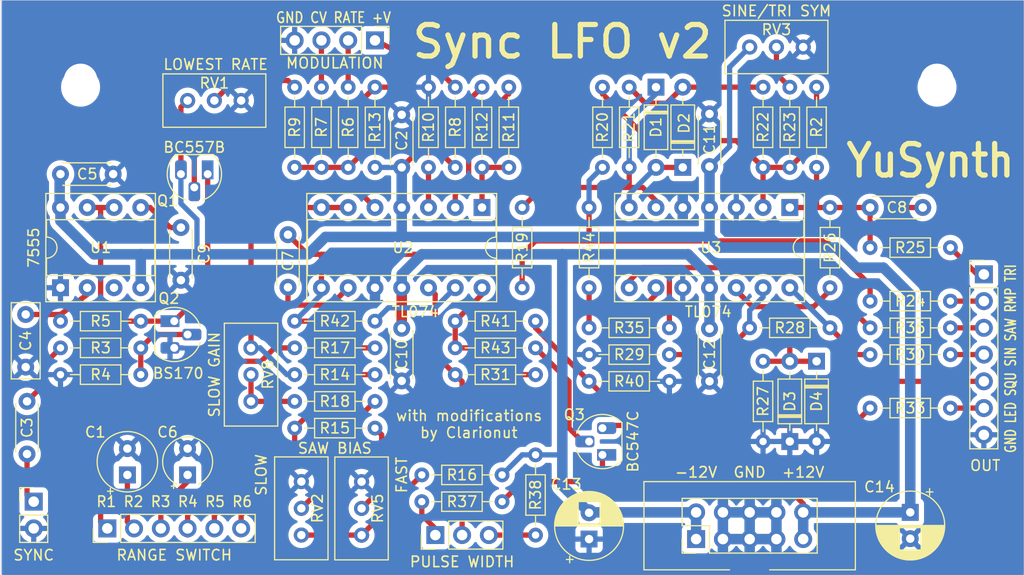
<source format=kicad_pcb>
(kicad_pcb (version 20221018) (generator pcbnew)
  (layers (0 "F.Cu" signal) (31 "B.Cu" signal) (34 "B.Paste" user) (35 "F.Paste" user) (36 "B.SilkS" user "B.Silkscreen") (37 "F.SilkS" user "F.Silkscreen") (38 "B.Mask" user) (39 "F.Mask" user) (44 "Edge.Cuts" user))
  (net 0 "")
  (net 1 "/R2")
  (net 2 "GND")
  (net 3 "+12V")
  (net 4 "Net-(C3-Pad1)")
  (net 5 "/SYNC")
  (net 6 "/R3")
  (net 7 "Net-(C7-Pad1)")
  (net 8 "Net-(C8-Pad1)")
  (net 9 "-12V")
  (net 10 "Net-(U1-TR)")
  (net 11 "/+V_RATE")
  (net 12 "/RATE")
  (net 13 "/CV_MOD")
  (net 14 "/R1")
  (net 15 "/R4")
  (net 16 "/R5")
  (net 17 "/R6")
  (net 18 "/SINE")
  (net 19 "/TRI")
  (net 20 "/PULSE")
  (net 21 "/SAW")
  (net 22 "/LED")
  (net 23 "Net-(R9-Pad1)")
  (net 24 "Net-(R11-Pad1)")
  (net 25 "Net-(R23-Pad1)")
  (net 26 "Net-(R28-Pad1)")
  (net 27 "Net-(R35-Pad1)")
  (net 28 "Net-(R16-Pad2)")
  (net 29 "/PW1")
  (net 30 "/PW2")
  (net 31 "/PW3")
  (net 32 "Net-(U3A--)")
  (net 33 "Net-(U1-CV)")
  (net 34 "Net-(D1-K)")
  (net 35 "Net-(D1-A)")
  (net 36 "Net-(D2-A)")
  (net 37 "Net-(D3-A)")
  (net 38 "/RAMP")
  (net 39 "Net-(Q1-B)")
  (net 40 "Net-(Q2-G)")
  (net 41 "Net-(Q3-B)")
  (net 42 "Net-(Q3-E)")
  (net 43 "Net-(U2A--)")
  (net 44 "Net-(U2A-+)")
  (net 45 "Net-(U2B--)")
  (net 46 "Net-(U3D--)")
  (net 47 "Net-(R31-Pad1)")
  (net 48 "Net-(U3C--)")
  (net 49 "Net-(U2D--)")
  (net 51 "Net-(R15-Pad1)")
  (net 52 "Net-(R18-Pad1)")
  (footprint "Package_DIP:DIP-14_W7.62mm_Socket" (layer "F.Cu") (at 153.035 93.345 -90)
    (fp_text reference "U2")
    (fp_text value "TL074")
  )
  (footprint "Package_DIP:DIP-14_W7.62mm_Socket" (layer "F.Cu") (at 182.245 93.345 -90)
    (fp_text reference "U3")
    (fp_text value "TL074")
  )
  (footprint "Capacitor_THT:CP_Radial_Tantal_D5.5mm_P2.50mm" (layer "F.Cu") (at 119.38 118.745 90)
    (fp_text reference "C1")
    (fp_text value "10u")
  )
  (footprint "Capacitor_THT:C_Disc_D4.3mm_W1.9mm_P5.00mm" (layer "F.Cu") (at 145.415 89.535 90)
    (fp_text reference "C2")
    (fp_text value "100n")
  )
  (footprint "Capacitor_THT:C_Disc_D4.3mm_W1.9mm_P5.00mm" (layer "F.Cu") (at 109.855 111.76 -90)
    (fp_text reference "C3")
    (fp_text value "10n")
  )
  (footprint "Capacitor_THT:C_Rect_L7.0mm_W2.5mm_P5.00mm" (layer "F.Cu") (at 109.728 103.505 -90)
    (fp_text reference "C4")
    (fp_text value "47n")
  )
  (footprint "Capacitor_THT:C_Disc_D4.3mm_W1.9mm_P5.00mm" (layer "F.Cu") (at 118.03 90.17 180)
    (fp_text reference "C5")
    (fp_text value "100n")
  )
  (footprint "Capacitor_THT:C_Disc_D4.3mm_W1.9mm_P5.00mm" (layer "F.Cu") (at 134.62 95.925 -90)
    (fp_text reference "C7")
    (fp_text value "120p")
  )
  (footprint "Capacitor_THT:C_Disc_D4.3mm_W1.9mm_P5.00mm" (layer "F.Cu") (at 189.865 93.345)
    (fp_text reference "C8")
    (fp_text value "1n")
  )
  (footprint "Capacitor_THT:C_Disc_D4.3mm_W1.9mm_P5.00mm" (layer "F.Cu") (at 124.46 95.25 -90)
    (fp_text reference "C9")
    (fp_text value "10n")
  )
  (footprint "Capacitor_THT:C_Disc_D4.3mm_W1.9mm_P5.00mm" (layer "F.Cu") (at 174.625 84.455 -90)
    (fp_text reference "C11")
    (fp_text value "100n")
  )
  (footprint "Capacitor_THT:C_Disc_D4.3mm_W1.9mm_P5.00mm" (layer "F.Cu") (at 174.625 109.855 90)
    (fp_text reference "C12")
    (fp_text value "100n")
  )
  (footprint "Diode_THT:D_DO-35_SOD27_P7.62mm_Horizontal" (layer "F.Cu") (at 169.545 81.915 -90)
    (fp_text reference "D1")
    (fp_text value "1N4148")
  )
  (footprint "Diode_THT:D_DO-35_SOD27_P7.62mm_Horizontal" (layer "F.Cu") (at 172.085 89.535 90)
    (fp_text reference "D2")
    (fp_text value "1N4148")
  )
  (footprint "Diode_THT:D_DO-35_SOD27_P7.62mm_Horizontal" (layer "F.Cu") (at 182.245 115.57 90)
    (fp_text reference "D3")
    (fp_text value "1N4148")
  )
  (footprint "Diode_THT:D_DO-35_SOD27_P7.62mm_Horizontal" (layer "F.Cu") (at 184.785 107.95 -90)
    (fp_text reference "D4")
    (fp_text value "1N4148")
  )
  (footprint "Connector_PinHeader_2.54mm:PinHeader_1x04_P2.54mm_Vertical" (layer "F.Cu") (at 142.875 77.47 -90)
    (fp_text reference "J1" hide)
    (fp_text value "MODULATION")
  )
  (footprint "Connector_PinHeader_2.54mm:PinHeader_1x02_P2.54mm_Vertical" (layer "F.Cu") (at 110.49 121.285)
    (fp_text reference "J2" hide)
    (fp_text value "SYNC")
  )
  (footprint "Connector_PinHeader_2.54mm:PinHeader_1x06_P2.54mm_Vertical" (layer "F.Cu") (at 117.475 123.825 90)
    (fp_text reference "J3" hide)
    (fp_text value "RANGE")
  )
  (footprint "Connector_PinHeader_2.54mm:PinHeader_1x07_P2.54mm_Vertical" (layer "F.Cu") (at 200.66 99.695)
    (fp_text reference "J7" hide)
    (fp_text value "OUTPUTS")
  )
  (footprint "Package_TO_SOT_THT:TO-92_HandSolder" (layer "F.Cu") (at 127 90.17 180)
    (fp_text reference "Q1")
    (fp_text value "BC557B")
  )
  (footprint "Package_TO_SOT_THT:TO-92_HandSolder" (layer "F.Cu") (at 123.825 104.14 -90)
    (fp_text reference "Q2")
    (fp_text value "BS170")
  )
  (footprint "Package_TO_SOT_THT:TO-92_HandSolder" (layer "F.Cu") (at 164.465 116.84 90)
    (fp_text reference "Q3")
    (fp_text value "BC547C")
  )
  (footprint "Resistor_THT:R_Axial_DIN0204_L3.6mm_D1.6mm_P7.62mm_Horizontal" (layer "F.Cu") (at 184.785 89.535 90)
    (fp_text reference "R2")
    (fp_text value "200k")
  )
  (footprint "Resistor_THT:R_Axial_DIN0204_L3.6mm_D1.6mm_P7.62mm_Horizontal" (layer "F.Cu") (at 120.65 106.68 180)
    (fp_text reference "R3")
    (fp_text value "10k")
  )
  (footprint "Resistor_THT:R_Axial_DIN0204_L3.6mm_D1.6mm_P7.62mm_Horizontal" (layer "F.Cu") (at 120.65 109.22 180)
    (fp_text reference "R4")
    (fp_text value "100k")
  )
  (footprint "Resistor_THT:R_Axial_DIN0204_L3.6mm_D1.6mm_P7.62mm_Horizontal" (layer "F.Cu") (at 113.03 104.14)
    (fp_text reference "R5")
    (fp_text value "1k")
  )
  (footprint "Resistor_THT:R_Axial_DIN0204_L3.6mm_D1.6mm_P7.62mm_Horizontal" (layer "F.Cu") (at 140.335 89.535 90)
    (fp_text reference "R6")
    (fp_text value "100k")
  )
  (footprint "Resistor_THT:R_Axial_DIN0204_L3.6mm_D1.6mm_P7.62mm_Horizontal" (layer "F.Cu") (at 137.795 89.535 90)
    (fp_text reference "R7")
    (fp_text value "100k")
  )
  (footprint "Resistor_THT:R_Axial_DIN0204_L3.6mm_D1.6mm_P7.62mm_Horizontal" (layer "F.Cu") (at 150.495 89.535 90)
    (fp_text reference "R8")
    (fp_text value "12k")
  )
  (footprint "Resistor_THT:R_Axial_DIN0204_L3.6mm_D1.6mm_P7.62mm_Horizontal" (layer "F.Cu") (at 135.255 81.915 -90)
    (fp_text reference "R9")
    (fp_text value "100k")
  )
  (footprint "Resistor_THT:R_Axial_DIN0204_L3.6mm_D1.6mm_P7.62mm_Horizontal" (layer "F.Cu") (at 147.955 89.535 90)
    (fp_text reference "R10")
    (fp_text value "8k2")
  )
  (footprint "Resistor_THT:R_Axial_DIN0204_L3.6mm_D1.6mm_P7.62mm_Horizontal" (layer "F.Cu") (at 155.575 89.535 90)
    (fp_text reference "R11")
    (fp_text value "100k")
  )
  (footprint "Resistor_THT:R_Axial_DIN0204_L3.6mm_D1.6mm_P7.62mm_Horizontal" (layer "F.Cu") (at 153.035 81.915 -90)
    (fp_text reference "R12")
    (fp_text value "27k")
  )
  (footprint "Resistor_THT:R_Axial_DIN0204_L3.6mm_D1.6mm_P7.62mm_Horizontal" (layer "F.Cu") (at 142.875 89.535 90)
    (fp_text reference "R13")
    (fp_text value "820R")
  )
  (footprint "Resistor_THT:R_Axial_DIN0204_L3.6mm_D1.6mm_P7.62mm_Horizontal" (layer "F.Cu") (at 142.875 114.3 180)
    (fp_text reference "R15")
    (fp_text value "100k")
  )
  (footprint "Resistor_THT:R_Axial_DIN0204_L3.6mm_D1.6mm_P7.62mm_Horizontal" (layer "F.Cu") (at 142.875 111.76 180)
    (fp_text reference "R18")
    (fp_text value "47k")
  )
  (footprint "Resistor_THT:R_Axial_DIN0204_L3.6mm_D1.6mm_P7.62mm_Horizontal" (layer "F.Cu") (at 142.875 106.68 180)
    (fp_text reference "R17")
    (fp_text value "150k")
  )
  (footprint "Resistor_THT:R_Axial_DIN0204_L3.6mm_D1.6mm_P7.62mm_Horizontal" (layer "F.Cu") (at 156.845 93.345 -90)
    (fp_text reference "R19")
    (fp_text value "100k")
  )
  (footprint "Resistor_THT:R_Axial_DIN0204_L3.6mm_D1.6mm_P7.62mm_Horizontal" (layer "F.Cu") (at 164.465 81.915 -90)
    (fp_text reference "R20")
    (fp_text value "100k")
  )
  (footprint "Resistor_THT:R_Axial_DIN0204_L3.6mm_D1.6mm_P7.62mm_Horizontal" (layer "F.Cu") (at 167.005 81.915 -90)
    (fp_text reference "R21")
    (fp_text value "100k")
  )
  (footprint "Resistor_THT:R_Axial_DIN0204_L3.6mm_D1.6mm_P7.62mm_Horizontal" (layer "F.Cu") (at 179.705 81.915 -90)
    (fp_text reference "R22")
    (fp_text value "50k")
  )
  (footprint "Resistor_THT:R_Axial_DIN0204_L3.6mm_D1.6mm_P7.62mm_Horizontal" (layer "F.Cu") (at 182.245 81.915 -90)
    (fp_text reference "R23")
    (fp_text value "150k")
  )
  (footprint "Resistor_THT:R_Axial_DIN0204_L3.6mm_D1.6mm_P7.62mm_Horizontal" (layer "F.Cu") (at 197.485 102.235 180)
    (fp_text reference "R24")
    (fp_text value "1k")
  )
  (footprint "Resistor_THT:R_Axial_DIN0204_L3.6mm_D1.6mm_P7.62mm_Horizontal" (layer "F.Cu") (at 197.485 97.155 180)
    (fp_text reference "R25")
    (fp_text value "1k")
  )
  (footprint "Resistor_THT:R_Axial_DIN0204_L3.6mm_D1.6mm_P7.62mm_Horizontal" (layer "F.Cu") (at 186.055 100.965 90)
    (fp_text reference "R26")
    (fp_text value "150k")
  )
  (footprint "Resistor_THT:R_Axial_DIN0204_L3.6mm_D1.6mm_P7.62mm_Horizontal" (layer "F.Cu") (at 179.705 107.95 -90)
    (fp_text reference "R27")
    (fp_text value "22k")
  )
  (footprint "Resistor_THT:R_Axial_DIN0204_L3.6mm_D1.6mm_P7.62mm_Horizontal" (layer "F.Cu") (at 186.055 104.775 180)
    (fp_text reference "R28")
    (fp_text value "15k")
  )
  (footprint "Resistor_THT:R_Axial_DIN0204_L3.6mm_D1.6mm_P7.62mm_Horizontal" (layer "F.Cu") (at 170.815 107.315 180)
    (fp_text reference "R29")
    (fp_text value "1k5")
  )
  (footprint "Resistor_THT:R_Axial_DIN0204_L3.6mm_D1.6mm_P7.62mm_Horizontal" (layer "F.Cu") (at 197.485 107.315 180)
    (fp_text reference "R30")
    (fp_text value "470R")
  )
  (footprint "Resistor_THT:R_Axial_DIN0204_L3.6mm_D1.6mm_P7.62mm_Horizontal" (layer "F.Cu") (at 197.485 112.395 180)
    (fp_text reference "R33")
    (fp_text value "100k")
  )
  (footprint "Resistor_THT:R_Axial_DIN0204_L3.6mm_D1.6mm_P7.62mm_Horizontal" (layer "F.Cu") (at 170.815 104.775 180)
    (fp_text reference "R35")
    (fp_text value "100k")
  )
  (footprint "Resistor_THT:R_Axial_DIN0204_L3.6mm_D1.6mm_P7.62mm_Horizontal" (layer "F.Cu") (at 197.485 104.775 180)
    (fp_text reference "R36")
    (fp_text value "1k")
  )
  (footprint "Resistor_THT:R_Axial_DIN0204_L3.6mm_D1.6mm_P7.62mm_Horizontal" (layer "F.Cu") (at 163.195 109.855)
    (fp_text reference "R40")
    (fp_text value "7k5")
  )
  (footprint "Resistor_THT:R_Axial_DIN0204_L3.6mm_D1.6mm_P7.62mm_Horizontal" (layer "F.Cu") (at 158.115 104.14 180)
    (fp_text reference "R41")
    (fp_text value "10k")
  )
  (footprint "Resistor_THT:R_Axial_DIN0204_L3.6mm_D1.6mm_P7.62mm_Horizontal" (layer "F.Cu") (at 142.875 104.14 180)
    (fp_text reference "R42")
    (fp_text value "10k")
  )
  (footprint "Resistor_THT:R_Axial_DIN0204_L3.6mm_D1.6mm_P7.62mm_Horizontal" (layer "F.Cu") (at 158.115 106.68 180)
    (fp_text reference "R43")
    (fp_text value "47k")
  )
  (footprint "Resistor_THT:R_Axial_DIN0204_L3.6mm_D1.6mm_P7.62mm_Horizontal" (layer "F.Cu") (at 163.195 100.965 90)
    (fp_text reference "R44")
    (fp_text value "100k")
  )
  (footprint "Potentiometer_THT:Potentiometer_Bourns_3296W_Vertical" (layer "F.Cu") (at 130.175 83.185)
    (fp_text reference "RV1")
    (fp_text value "50k")
  )
  (footprint "Potentiometer_THT:Potentiometer_Bourns_3296W_Vertical" (layer "F.Cu") (at 135.89 124.46 -90)
    (fp_text reference "RV2")
    (fp_text value "100k")
  )
  (footprint "Potentiometer_THT:Potentiometer_Bourns_3296W_Vertical" (layer "F.Cu") (at 178.435 78.105 180)
    (fp_text reference "RV3")
    (fp_text value "50k")
  )
  (footprint "Potentiometer_THT:Potentiometer_Bourns_3296W_Vertical" (layer "F.Cu") (at 141.605 124.47 -90)
    (fp_text reference "RV5")
    (fp_text value "100k")
  )
  (footprint "Package_DIP:DIP-8_W7.62mm_Socket" (layer "F.Cu") (at 113.03 100.965 90)
    (fp_text reference "U1")
    (fp_text value "ICM7555xP")
  )
  (footprint "MountingHole:MountingHole_3.2mm_M3" (layer "F.Cu") (at 114.935 81.28)
    (fp_text reference "REF**" hide)
    (fp_text value "3.2mm" hide)
  )
  (footprint "Capacitor_THT:CP_Radial_Tantal_D4.5mm_P2.50mm" (layer "F.Cu") (at 125.095 118.745 90)
    (fp_text reference "C6")
    (fp_text value "1u")
  )
  (footprint "Capacitor_THT:C_Disc_D4.3mm_W1.9mm_P5.00mm" (layer "F.Cu") (at 145.415 104.815 -90)
    (fp_text reference "C10")
    (fp_text value "100n")
  )
  (footprint "Connector_PinHeader_2.54mm:PinHeader_1x03_P2.54mm_Vertical" (layer "F.Cu") (at 148.605 124.46 90)
    (fp_text reference "J4" hide)
    (fp_text value "PULSE WIDTH")
  )
  (footprint "Resistor_THT:R_Axial_DIN0204_L3.6mm_D1.6mm_P7.62mm_Horizontal" (layer "F.Cu") (at 154.94 121.285 180)
    (fp_text reference "R37")
    (fp_text value "56k")
  )
  (footprint "Resistor_THT:R_Axial_DIN0204_L3.6mm_D1.6mm_P7.62mm_Horizontal" (layer "F.Cu") (at 154.94 118.745 180)
    (fp_text reference "R16")
    (fp_text value "27k")
  )
  (footprint "Resistor_THT:R_Axial_DIN0204_L3.6mm_D1.6mm_P7.62mm_Horizontal" (layer "F.Cu") (at 158.115 116.84 -90)
    (fp_text reference "R38")
    (fp_text value "56k")
  )
  (footprint "MountingHole:MountingHole_3.2mm_M3" (layer "F.Cu") (at 196.215 81.28)
    (fp_text reference "REF**" hide)
    (fp_text value "3.2mm" hide)
  )
  (footprint "Capacitor_THT:CP_Radial_D6.3mm_P2.50mm" (layer "F.Cu") (at 163.195 124.841 90)
    (fp_text reference "C13")
    (fp_text value "10u")
  )
  (footprint "Capacitor_THT:CP_Radial_D6.3mm_P2.50mm" (layer "F.Cu") (at 193.675 122.301 -90)
    (fp_text reference "C14")
    (fp_text value "10u")
  )
  (footprint "CGE_footprints:Power_2x05" (layer "F.Cu") (at 183.515 122.301 -90)
    (fp_text reference "J8" hide)
    (fp_text value "POWER")
  )
  (footprint "Potentiometer_THT:Potentiometer_Bourns_3296W_Vertical" (layer "F.Cu") (at 131.11 106.68 90)
    (fp_text reference "RV8")
    (fp_text value "100k")
  )
  (footprint "Resistor_THT:R_Axial_DIN0204_L3.6mm_D1.6mm_P7.62mm_Horizontal" (layer "F.Cu") (at 135.255 109.22)
    (fp_text reference "R14")
    (fp_text value "100k")
  )
  (footprint "Resistor_THT:R_Axial_DIN0204_L3.6mm_D1.6mm_P7.62mm_Horizontal" (layer "F.Cu") (at 158.115 109.22 180)
    (fp_text reference "R31")
    (fp_text value "3M3")
  )
  (gr_rect (start 107.315 73.66) (end 204.47 128.27) (stroke (width 0.05)) (fill none) (layer "Edge.Cuts"))
  (gr_text "Sync LFO v2" (at 160.655 77.597) (layer "F.SilkS") (effects (font (size 3 3) (thickness 0.5))))
  (gr_text "YuSynth" (at 195.58 88.9) (layer "F.SilkS") (effects (font (size 3 2.7) (thickness 0.5))))
  (gr_text "with modifications\n   by Clarionut" (at 144.78 115.316) (layer "F.SilkS") (effects (font (size 1 1)) (justify left bottom)))
  (segment (start 119.38 123.19) (end 120.015 123.825) (width 0.5) (layer "F.Cu") (net 1))
  (segment (start 119.38 118.745) (end 119.38 123.19) (width 0.5) (layer "F.Cu") (net 1))
  (segment (start 183.515 122.301) (end 183.515 121.666) (width 0.5) (layer "F.Cu") (net 3))
  (segment (start 181.4195 119.38) (end 164.465 119.38) (width 0.5) (layer "F.Cu") (net 3))
  (segment (start 156.845 119.38) (end 154.94 121.285) (width 0.5) (layer "F.Cu") (net 3))
  (segment (start 149.098 88.138) (end 150.495 89.535) (width 0.5) (layer "F.Cu") (net 3))
  (segment (start 124.46 90.17) (end 124.46 83.82) (width 0.5) (layer "F.Cu") (net 3))
  (segment (start 146.812 88.138) (end 149.098 88.138) (width 0.5) (layer "F.Cu") (net 3))
  (segment (start 145.415 89.535) (end 146.812 88.138) (width 0.5) (layer "F.Cu") (net 3))
  (segment (start 183.515 122.301) (end 183.515 121.4755) (width 0.5) (layer "F.Cu") (net 3))
  (segment (start 164.465 119.38) (end 164.465 118.11) (width 0.5) (layer "F.Cu") (net 3))
  (segment (start 164.465 119.38) (end 156.845 119.38) (width 0.5) (layer "F.Cu") (net 3))
  (segment (start 124.46 83.82) (end 125.095 83.185) (width 0.5) (layer "F.Cu") (net 3))
  (segment (start 164.465 118.11) (end 164.465 116.84) (width 0.5) (layer "F.Cu") (net 3))
  (segment (start 183.515 121.4755) (end 181.4195 119.38) (width 0.5) (layer "F.Cu") (net 3))
  (segment (start 183.515 124.841) (end 183.515 122.301) (width 1) (layer "B.Cu") (net 3))
  (segment (start 125.984 94.488) (end 124.46 92.964) (width 0.5) (layer "B.Cu") (net 3))
  (segment (start 174.625 89.455) (end 176.53 87.55) (width 0.5) (layer "B.Cu") (net 3))
  (segment (start 174.625 93.345) (end 174.625 89.455) (width 1) (layer "B.Cu") (net 3))
  (segment (start 138.176 96.139) (end 136.525 97.79) (width 1) (layer "B.Cu") (net 3))
  (segment (start 120.65 97.79) (end 120.65 100.33) (width 1) (layer "B.Cu") (net 3))
  (segment (start 113.03 90.17) (end 112.95 90.25) (width 1) (layer "B.Cu") (net 3))
  (segment (start 191.135 99.06) (end 188.595 99.06) (width 1) (layer "B.Cu") (net 3))
  (segment (start 175.641 97.155) (end 174.625 96.139) (width 1) (layer "B.Cu") (net 3))
  (segment (start 193.675 122.301) (end 193.675 101.6) (width 1) (layer "B.Cu") (net 3))
  (segment (start 176.53 80.01) (end 178.435 78.105) (width 0.5) (layer "B.Cu") (net 3))
  (segment (start 112.95 90.25) (end 112.95 93.345) (width 1) (layer "B.Cu") (net 3))
  (segment (start 186.69 97.155) (end 175.641 97.155) (width 1) (layer "B.Cu") (net 3))
  (segment (start 145.415 96.139) (end 138.176 96.139) (width 1) (layer "B.Cu") (net 3))
  (segment (start 145.415 96.012) (end 145.415 93.345) (width 1) (layer "B.Cu") (net 3))
  (segment (start 113.03 94.615) (end 113.03 93.345) (width 1) (layer "B.Cu") (net 3))
  (segment (start 136.525 97.79) (end 120.65 97.79) (width 1) (layer "B.Cu") (net 3))
  (segment (start 176.53 87.55) (end 176.53 80.01) (width 0.5) (layer "B.Cu") (net 3))
  (segment (start 188.595 99.06) (end 186.69 97.155) (width 1) (layer "B.Cu") (net 3))
  (segment (start 183.515 122.301) (end 193.675 122.301) (width 1) (layer "B.Cu") (net 3))
  (segment (start 116.205 97.79) (end 113.03 94.615) (width 1) (layer "B.Cu") (net 3))
  (segment (start 124.46 92.964) (end 124.46 90.17) (width 0.5) (layer "B.Cu") (net 3))
  (segment (start 120.65 100.33) (end 120.65 100.965) (width 1) (layer "B.Cu") (net 3))
  (segment (start 145.415 89.535) (end 142.875 89.535) (width 0.5) (layer "B.Cu") (net 3))
  (segment (start 174.625 96.139) (end 174.625 93.345) (width 1) (layer "B.Cu") (net 3))
  (segment (start 174.625 96.139) (end 145.542 96.139) (width 1) (layer "B.Cu") (net 3))
  (segment (start 193.675 101.6) (end 191.135 99.06) (width 1) (layer "B.Cu") (net 3))
  (segment (start 125.984 97.79) (end 125.984 94.488) (width 0.5) (layer "B.Cu") (net 3))
  (segment (start 120.65 97.79) (end 116.205 97.79) (width 1) (layer "B.Cu") (net 3))
  (segment (start 145.415 93.345) (end 145.415 89.535) (width 1) (layer "B.Cu") (net 3))
  (segment (start 111.506 110.109) (end 111.506 108.204) (width 0.5) (layer "F.Cu") (net 4))
  (segment (start 111.506 108.204) (end 113.03 106.68) (width 0.5) (layer "F.Cu") (net 4))
  (segment (start 109.855 111.76) (end 111.506 110.109) (width 0.5) (layer "F.Cu") (net 4))
  (segment (start 110.49 121.285) (end 109.855 120.65) (width 0.5) (layer "F.Cu") (net 5))
  (segment (start 109.855 120.65) (end 109.855 116.76) (width 0.5) (layer "F.Cu") (net 5))
  (segment (start 122.555 121.92) (end 125.095 119.38) (width 0.5) (layer "F.Cu") (net 6))
  (segment (start 122.555 123.825) (end 122.555 121.92) (width 0.5) (layer "F.Cu") (net 6))
  (segment (start 125.095 119.38) (end 125.095 118.745) (width 0.5) (layer "F.Cu") (net 6))
  (segment (start 163.195 95.25) (end 163.195 93.345) (width 0.5) (layer "F.Cu") (net 7))
  (segment (start 158.115 96.52) (end 163.195 96.52) (width 0.5) (layer "F.Cu") (net 7))
  (segment (start 136.485 97.79) (end 137.795 97.79) (width 0.5) (layer "F.Cu") (net 7))
  (segment (start 140.335 106.68) (end 142.875 106.68) (width 0.5) (layer "F.Cu") (net 7))
  (segment (start 156.845 97.79) (end 158.115 96.52) (width 0.5) (layer "F.Cu") (net 7))
  (segment (start 156.845 100.965) (end 156.845 97.79) (width 0.5) (layer "F.Cu") (net 7))
  (segment (start 134.62 95.925) (end 136.485 97.79) (width 0.5) (layer "F.Cu") (net 7))
  (segment (start 189.865 100.711) (end 189.865 102.235) (width 0.5) (layer "F.Cu") (net 7))
  (segment (start 156.845 97.79) (end 137.795 97.79) (width 0.5) (layer "F.Cu") (net 7))
  (segment (start 185.674 96.52) (end 189.865 100.711) (width 0.5) (layer "F.Cu") (net 7))
  (segment (start 163.195 96.52) (end 185.674 96.52) (width 0.5) (layer "F.Cu") (net 7))
  (segment (start 137.795 97.79) (end 137.795 100.965) (width 0.5) (layer "F.Cu") (net 7))
  (segment (start 163.195 96.52) (end 163.195 95.25) (width 0.5) (layer "F.Cu") (net 7))
  (segment (start 135.255 104.14) (end 137.795 104.14) (width 0.5) (layer "F.Cu") (net 7))
  (segment (start 137.795 104.14) (end 140.335 106.68) (width 0.5) (layer "F.Cu") (net 7))
  (segment (start 137.795 100.965) (end 137.795 101.6) (width 0.5) (layer "B.Cu") (net 7))
  (segment (start 137.795 101.6) (end 135.255 104.14) (width 0.5) (layer "B.Cu") (net 7))
  (segment (start 163.195 90.805) (end 163.195 93.345) (width 0.5) (layer "B.Cu") (net 7))
  (segment (start 164.465 89.535) (end 163.195 90.805) (width 0.5) (layer "B.Cu") (net 7))
  (segment (start 186.055 93.345) (end 189.865 93.345) (width 0.5) (layer "F.Cu") (net 8))
  (segment (start 184.785 89.535) (end 184.785 93.345) (width 0.5) (layer "F.Cu") (net 8))
  (segment (start 182.245 93.345) (end 186.055 93.345) (width 0.5) (layer "F.Cu") (net 8))
  (segment (start 189.865 93.345) (end 189.865 97.155) (width 0.5) (layer "F.Cu") (net 8))
  (segment (start 145.415 104.815) (end 145.415 100.965) (width 1) (layer "F.Cu") (net 9))
  (segment (start 173.355 124.841) (end 173.355 122.301) (width 1) (layer "B.Cu") (net 9))
  (segment (start 156.845 116.84) (end 158.115 116.84) (width 0.5) (layer "B.Cu") (net 9))
  (segment (start 174.625 100.965) (end 174.625 104.855) (width 1) (layer "B.Cu") (net 9))
  (segment (start 174.625 99.822) (end 172.593 97.79) (width 1) (layer "B.Cu") (net 9))
  (segment (start 163.195 122.301) (end 160.655 119.761) (width 1) (layer "B.Cu") (net 9))
  (segment (start 172.593 97.79) (end 160.655 97.79) (width 1) (layer "B.Cu") (net 9))
  (segment (start 147.32 97.79) (end 145.415 99.695) (width 1) (layer "B.Cu") (net 9))
  (segment (start 160.655 119.761) (end 160.655 100.33) (width 1) (layer "B.Cu") (net 9))
  (segment (start 158.115 116.84) (end 160.655 116.84) (width 0.5) (layer "B.Cu") (net 9))
  (segment (start 160.655 97.79) (end 147.32 97.79) (width 1) (layer "B.Cu") (net 9))
  (segment (start 160.655 100.33) (end 160.655 97.79) (width 1) (layer "B.Cu") (net 9))
  (segment (start 154.94 118.745) (end 156.845 116.84) (width 0.5) (layer "B.Cu") (net 9))
  (segment (start 174.625 100.965) (end 174.625 99.822) (width 1) (layer "B.Cu") (net 9))
  (segment (start 163.195 122.341) (end 163.195 122.301) (width 1) (layer "B.Cu") (net 9))
  (segment (start 145.415 99.695) (end 145.415 100.965) (width 1) (layer "B.Cu") (net 9))
  (segment (start 173.355 122.301) (end 163.235 122.301) (width 1) (layer "B.Cu") (net 9))
  (segment (start 115.57 100.965) (end 115.57 101.6) (width 0.5) (layer "F.Cu") (net 10))
  (segment (start 113.03 103.505) (end 113.03 104.14) (width 0.5) (layer "F.Cu") (net 10))
  (segment (start 113.03 103.505) (end 109.728 103.505) (width 0.5) (layer "F.Cu") (net 10))
  (segment (start 115.57 101.6) (end 113.03 103.505) (width 0.5) (layer "F.Cu") (net 10))
  (segment (start 142.875 77.47) (end 149.225 80.645) (width 0.5) (layer "F.Cu") (net 11))
  (segment (start 149.225 80.645) (end 150.495 81.915) (width 0.5) (layer "F.Cu") (net 11))
  (segment (start 140.335 77.47) (end 140.335 81.915) (width 0.5) (layer "F.Cu") (net 12))
  (segment (start 137.795 77.47) (end 137.795 81.915) (width 0.5) (layer "F.Cu") (net 13))
  (segment (start 120.65 104.14) (end 123.825 104.14) (width 0.5) (layer "F.Cu") (net 14))
  (segment (start 116.84 93.345) (end 116.84 104.14) (width 0.5) (layer "F.Cu") (net 14))
  (segment (start 118.11 93.345) (end 116.84 93.345) (width 0.5) (layer "F.Cu") (net 14))
  (segment (start 118.745 104.14) (end 120.65 104.14) (width 0.5) (layer "F.Cu") (net 14))
  (segment (start 123.825 104.14) (end 127 100.965) (width 0.5) (layer "F.Cu") (net 14))
  (segment (start 116.84 104.14) (end 118.745 104.14) (width 0.5) (layer "F.Cu") (net 14))
  (segment (start 116.84 104.14) (end 116.84 123.19) (width 0.5) (layer "F.Cu") (net 14))
  (segment (start 127 100.965) (end 127 91.44) (width 0.5) (layer "F.Cu") (net 14))
  (segment (start 116.84 93.345) (end 115.57 93.345) (width 0.5) (layer "F.Cu") (net 14))
  (segment (start 127 91.44) (end 140.97 91.44) (width 0.5) (layer "F.Cu") (net 14))
  (segment (start 127 91.44) (end 127 90.17) (width 0.5) (layer "F.Cu") (net 14))
  (segment (start 116.84 123.19) (end 117.475 123.825) (width 0.5) (layer "F.Cu") (net 14))
  (segment (start 140.97 91.44) (end 142.875 93.345) (width 0.5) (layer "F.Cu") (net 14))
  (segment (start 128.524 109.474) (end 130.048 107.95) (width 0.5) (layer "F.Cu") (net 15))
  (segment (start 125.095 122.555) (end 128.524 119.126) (width 0.5) (layer "F.Cu") (net 15))
  (segment (start 134.62 102.616) (end 134.62 100.925) (width 0.5) (layer "F.Cu") (net 15))
  (segment (start 130.048 107.95) (end 132.08 107.95) (width 0.5) (layer "F.Cu") (net 15))
  (segment (start 128.524 119.126) (end 128.524 109.474) (width 0.5) (layer "F.Cu") (net 15))
  (segment (start 140.335 100.965) (end 138.684 102.616) (width 0.5) (layer "F.Cu") (net 15))
  (segment (start 125.095 123.825) (end 125.095 122.555) (width 0.5) (layer "F.Cu") (net 15))
  (segment (start 132.08 107.95) (end 133.35 106.68) (width 0.5) (layer "F.Cu") (net 15))
  (segment (start 125.095 123.825) (end 125.095 124.46) (width 0.5) (layer "F.Cu") (net 15))
  (segment (start 133.35 106.68) (end 133.35 104.775) (width 0.5) (layer "F.Cu") (net 15))
  (segment (start 140.335 101.6) (end 140.335 100.965) (width 0.5) (layer "F.Cu") (net 15))
  (segment (start 133.35 103.886) (end 134.62 102.616) (width 0.5) (layer "F.Cu") (net 15))
  (segment (start 138.684 102.616) (end 134.62 102.616) (width 0.5) (layer "F.Cu") (net 15))
  (segment (start 135.255 106.68) (end 133.35 106.68) (width 0.5) (layer "F.Cu") (net 15))
  (segment (start 133.35 104.775) (end 133.35 103.886) (width 0.5) (layer "F.Cu") (net 15))
  (segment (start 130.175 122.555) (end 130.175 123.825) (width 0.5) (layer "F.Cu") (net 16))
  (segment (start 135.255 117.475) (end 130.175 122.555) (width 0.5) (layer "F.Cu") (net 16))
  (segment (start 142.875 109.22) (end 140.335 109.22) (width 0.5) (layer "F.Cu") (net 16))
  (segment (start 135.255 114.3) (end 135.255 117.475) (width 0.5) (layer "F.Cu") (net 16))
  (segment (start 140.335 109.22) (end 135.255 114.3) (width 0.5) (layer "F.Cu") (net 16))
  (segment (start 131.11 109.855) (end 131.11 111.76) (width 0.5) (layer "F.Cu") (net 17))
  (segment (start 127.635 122.555) (end 127.635 123.825) (width 0.5) (layer "F.Cu") (net 17))
  (segment (start 135.255 111.76) (end 133.35 111.76) (width 0.5) (layer "F.Cu") (net 17))
  (segment (start 133.015 111.76) (end 133.35 111.76) (width 0.5) (layer "F.Cu") (net 17))
  (segment (start 133.015 111.76) (end 133.015 117.175) (width 0.5) (layer "F.Cu") (net 17))
  (segment (start 131.11 111.76) (end 133.015 111.76) (width 0.5) (layer "F.Cu") (net 17))
  (segment (start 133.015 117.175) (end 127.635 122.555) (width 0.5) (layer "F.Cu") (net 17))
  (segment (start 197.485 107.315) (end 200.66 107.315) (width 0.5) (layer "F.Cu") (net 18))
  (segment (start 197.485 97.155) (end 200.025 99.695) (width 0.5) (layer "F.Cu") (net 19))
  (segment (start 200.025 99.695) (end 200.66 99.695) (width 0.5) (layer "F.Cu") (net 19))
  (segment (start 163.195 109.855) (end 165.1 111.76) (width 0.5) (layer "F.Cu") (net 20))
  (segment (start 158.115 104.775) (end 163.195 109.855) (width 0.5) (layer "F.Cu") (net 20))
  (segment (start 158.115 104.14) (end 158.115 104.775) (width 0.5) (layer "F.Cu") (net 20))
  (segment (start 165.1 111.76) (end 186.3725 111.76) (width 0.5) (layer "F.Cu") (net 20))
  (segment (start 188.2775 109.855) (end 200.66 109.855) (width 0.5) (layer "F.Cu") (net 20))
  (segment (start 186.3725 111.76) (end 188.2775 109.855) (width 0.5) (layer "F.Cu") (net 20))
  (segment (start 197.485 104.775) (end 200.66 104.775) (width 0.5) (layer "F.Cu") (net 21))
  (segment (start 197.485 112.395) (end 200.66 112.395) (width 0.5) (layer "F.Cu") (net 22))
  (segment (start 135.255 81.915) (end 134.62 81.28) (width 0.5) (layer "F.Cu") (net 23))
  (segment (start 129.54 81.28) (end 127.635 83.185) (width 0.5) (layer "F.Cu") (net 23))
  (segment (start 134.62 81.28) (end 129.54 81.28) (width 0.5) (layer "F.Cu") (net 23))
  (segment (start 153.035 93.345) (end 153.035 89.535) (width 0.5) (layer "F.Cu") (net 24))
  (segment (start 153.035 89.535) (end 155.575 89.535) (width 0.5) (layer "F.Cu") (net 24))
  (segment (start 180.975 78.105) (end 180.975 80.645) (width 0.5) (layer "F.Cu") (net 25))
  (segment (start 180.975 80.645) (end 182.245 81.915) (width 0.5) (layer "F.Cu") (net 25))
  (segment (start 186.055 104.775) (end 188.595 107.315) (width 0.5) (layer "F.Cu") (net 26))
  (segment (start 188.595 107.315) (end 189.865 107.315) (width 0.5) (layer "F.Cu") (net 26))
  (segment (start 186.055 104.775) (end 182.245 100.965) (width 0.5) (layer "B.Cu") (net 26))
  (segment (start 187.96 100.838) (end 187.96 102.87) (width 0.5) (layer "F.Cu") (net 27))
  (segment (start 167.005 100.965) (end 167.005 100.33) (width 0.5) (layer "F.Cu") (net 27))
  (segment (start 186.182 99.06) (end 187.96 100.838) (width 0.5) (layer "F.Cu") (net 27))
  (segment (start 168.275 99.06) (end 170.815 99.06) (width 0.5) (layer "F.Cu") (net 27))
  (segment (start 187.96 102.87) (end 189.865 104.775) (width 0.5) (layer "F.Cu") (net 27))
  (segment (start 170.815 99.06) (end 172.72 99.06) (width 0.5) (layer "F.Cu") (net 27))
  (segment (start 170.815 104.775) (end 170.815 99.06) (width 0.5) (layer "F.Cu") (net 27))
  (segment (start 172.72 99.06) (end 186.182 99.06) (width 0.5) (layer "F.Cu") (net 27))
  (segment (start 167.005 100.33) (end 168.275 99.06) (width 0.5) (layer "F.Cu") (net 27))
  (segment (start 141.605 124.46) (end 135.89 124.46) (width 0.5) (layer "F.Cu") (net 28))
  (segment (start 147.32 118.745) (end 141.605 124.46) (width 0.5) (layer "F.Cu") (net 28))
  (segment (start 147.32 122.555) (end 148.59 123.825) (width 0.5) (layer "F.Cu") (net 29))
  (segment (start 147.32 121.285) (end 147.32 122.555) (width 0.5) (layer "F.Cu") (net 29))
  (segment (start 151.145 109.87) (end 148.59 107.315) (width 0.5) (layer "F.Cu") (net 30))
  (segment (start 151.145 124.46) (end 151.145 109.87) (width 0.5) (layer "F.Cu") (net 30))
  (segment (start 148.59 101.6) (end 147.955 100.965) (width 0.5) (layer "F.Cu") (net 30))
  (segment (start 148.59 107.315) (end 148.59 101.6) (width 0.5) (layer "F.Cu") (net 30))
  (segment (start 158.115 124.46) (end 153.685 124.46) (width 0.5) (layer "F.Cu") (net 31))
  (segment (start 192.405 93.345) (end 194.865 93.345) (width 0.5) (layer "F.Cu") (net 32))
  (segment (start 179.705 89.535) (end 179.705 93.345) (width 0.5) (layer "F.Cu") (net 32))
  (segment (start 164.465 82.55) (end 164.465 81.915) (width 0.5) (layer "F.Cu") (net 32))
  (segment (start 177.165 86.995) (end 168.91 86.995) (width 0.5) (layer "F.Cu") (net 32))
  (segment (start 179.705 89.535) (end 182.245 89.535) (width 0.5) (layer "F.Cu") (net 32))
  (segment (start 184.785 86.995) (end 186.055 86.995) (width 0.5) (layer "F.Cu") (net 32))
  (segment (start 182.245 89.535) (end 184.785 86.995) (width 0.5) (layer "F.Cu") (net 32))
  (segment (start 184.785 81.915) (end 184.785 86.995) (width 0.5) (layer "F.Cu") (net 32))
  (segment (start 168.91 86.995) (end 164.465 82.55) (width 0.5) (layer "F.Cu") (net 32))
  (segment (start 186.055 86.995) (end 192.405 93.345) (width 0.5) (layer "F.Cu") (net 32))
  (segment (start 179.705 89.535) (end 177.165 86.995) (width 0.5) (layer "F.Cu") (net 32))
  (segment (start 123.444 95.25) (end 124.46 95.25) (width 0.5) (layer "F.Cu") (net 33))
  (segment (start 120.65 93.345) (end 121.539 93.345) (width 0.5) (layer "F.Cu") (net 33))
  (segment (start 121.539 93.345) (end 123.444 95.25) (width 0.5) (layer "F.Cu") (net 33))
  (segment (start 158.75 91.44) (end 167.005 91.44) (width 0.5) (layer "F.Cu") (net 34))
  (segment (start 168.275 91.44) (end 169.545 92.71) (width 0.5) (layer "F.Cu") (net 34))
  (segment (start 169.545 92.71) (end 169.545 93.345) (width 0.5) (layer "F.Cu") (net 34))
  (segment (start 167.005 91.44) (end 168.275 91.44) (width 0.5) (layer "F.Cu") (net 34))
  (segment (start 167.005 89.535) (end 167.005 91.44) (width 0.5) (layer "F.Cu") (net 34))
  (segment (start 156.845 93.345) (end 158.75 91.44) (width 0.5) (layer "F.Cu") (net 34))
  (segment (start 169.545 82.55) (end 169.545 81.915) (width 0.5) (layer "B.Cu") (net 34))
  (segment (start 167.005 85.09) (end 169.545 82.55) (width 0.5) (layer "B.Cu") (net 34))
  (segment (start 167.005 89.535) (end 167.005 85.09) (width 0.5) (layer "B.Cu") (net 34))
  (segment (start 169.545 89.535) (end 172.085 89.535) (width 0.5) (layer "F.Cu") (net 35))
  (segment (start 167.005 92.075) (end 169.545 89.535) (width 0.5) (layer "B.Cu") (net 35))
  (segment (start 167.005 93.345) (end 167.005 92.075) (width 0.5) (layer "B.Cu") (net 35))
  (segment (start 168.529 83.439) (end 170.561 83.439) (width 0.5) (layer "F.Cu") (net 36))
  (segment (start 167.005 81.915) (end 168.529 83.439) (width 0.5) (layer "F.Cu") (net 36))
  (segment (start 170.561 83.439) (end 172.085 81.915) (width 0.5) (layer "F.Cu") (net 36))
  (segment (start 172.085 81.915) (end 179.705 81.915) (width 0.5) (layer "F.Cu") (net 36))
  (segment (start 179.705 107.95) (end 182.245 107.95) (width 0.5) (layer "F.Cu") (net 37))
  (segment (start 182.245 107.95) (end 184.785 107.95) (width 0.5) (layer "F.Cu") (net 37))
  (segment (start 178.708999 102.762999) (end 177.165 101.219) (width 0.5) (layer "F.Cu") (net 37))
  (segment (start 177.165 101.219) (end 177.165 100.965) (width 0.5) (layer "F.Cu") (net 37))
  (segment (start 186.055 100.965) (end 186.055 101.219) (width 0.5) (layer "F.Cu") (net 37))
  (segment (start 186.055 101.219) (end 184.511001 102.762999) (width 0.5) (layer "F.Cu") (net 37))
  (segment (start 182.245 104.14) (end 182.245 102.762999) (width 0.5) (layer "F.Cu") (net 37))
  (segment (start 182.245 107.95) (end 182.245 104.14) (width 0.5) (layer "F.Cu") (net 37))
  (segment (start 184.511001 102.762999) (end 182.245 102.762999) (width 0.5) (layer "F.Cu") (net 37))
  (segment (start 182.245 102.762999) (end 178.708999 102.762999) (width 0.5) (layer "F.Cu") (net 37))
  (segment (start 198.755 102.235) (end 200.66 102.235) (width 0.5) (layer "F.Cu") (net 38))
  (segment (start 197.485 102.235) (end 198.755 102.235) (width 0.5) (layer "F.Cu") (net 38))
  (segment (start 145.415 81.915) (end 147.32 83.82) (width 0.5) (layer "F.Cu") (net 39))
  (segment (start 127 86.995) (end 137.795 86.995) (width 0.5) (layer "F.Cu") (net 39))
  (segment (start 142.875 81.915) (end 145.415 81.915) (width 0.5) (layer "F.Cu") (net 39))
  (segment (start 147.32 83.82) (end 151.13 83.82) (width 0.5) (layer "F.Cu") (net 39))
  (segment (start 151.13 83.82) (end 153.035 81.915) (width 0.5) (layer "F.Cu") (net 39))
  (segment (start 137.795 86.995) (end 142.875 81.915) (width 0.5) (layer "F.Cu") (net 39))
  (segment (start 125.73 88.265) (end 127 86.995) (width 0.5) (layer "F.Cu") (net 39))
  (segment (start 125.73 91.44) (end 125.73 88.265) (width 0.5) (layer "F.Cu") (net 39))
  (segment (start 121.92 105.41) (end 120.65 106.68) (width 0.5) (layer "F.Cu") (net 40))
  (segment (start 120.65 106.68) (end 120.65 109.22) (width 0.5) (layer "F.Cu") (net 40))
  (segment (start 125.095 105.41) (end 121.92 105.41) (width 0.5) (layer "F.Cu") (net 40))
  (segment (start 158.115 106.68) (end 161.29 109.855) (width 0.5) (layer "F.Cu") (net 41))
  (segment (start 161.29 114.3) (end 162.56 115.57) (width 0.5) (layer "F.Cu") (net 41))
  (segment (start 161.29 109.855) (end 161.29 114.3) (width 0.5) (layer "F.Cu") (net 41))
  (segment (start 162.56 115.57) (end 163.195 115.57) (width 0.5) (layer "F.Cu") (net 41))
  (segment (start 188.214 114.046) (end 189.865 112.395) (width 0.5) (layer "F.Cu") (net 42))
  (segment (start 164.465 114.3) (end 164.719 114.046) (width 0.5) (layer "F.Cu") (net 42))
  (segment (start 164.719 114.046) (end 188.214 114.046) (width 0.5) (layer "F.Cu") (net 42))
  (segment (start 140.335 89.535) (end 143.51 86.36) (width 0.5) (layer "F.Cu") (net 43))
  (segment (start 137.795 89.535) (end 140.335 89.535) (width 0.5) (layer "F.Cu") (net 43))
  (segment (start 151.765 90.805) (end 151.765 86.36) (width 0.5) (layer "F.Cu") (net 43))
  (segment (start 150.495 93.345) (end 150.495 92.075) (width 0.5) (layer "F.Cu") (net 43))
  (segment (start 143.51 86.36) (end 149.86 86.36) (width 0.5) (layer "F.Cu") (net 43))
  (segment (start 150.495 92.075) (end 151.765 90.805) (width 0.5) (layer "F.Cu") (net 43))
  (segment (start 155.575 82.55) (end 155.575 81.915) (width 0.5) (layer "F.Cu") (net 43))
  (segment (start 135.255 89.535) (end 137.795 89.535) (width 0.5) (layer "F.Cu") (net 43))
  (segment (start 149.86 86.36) (end 151.765 86.36) (width 0.5) (layer "F.Cu") (net 43))
  (segment (start 151.765 86.36) (end 155.575 82.55) (width 0.5) (layer "F.Cu") (net 43))
  (segment (start 147.955 89.535) (end 147.955 93.345) (width 0.5) (layer "F.Cu") (net 44))
  (segment (start 131.11 106.68) (end 131.11 96.646116) (width 0.5) (layer "F.Cu") (net 45))
  (segment (start 134.411116 93.345) (end 137.795 93.345) (width 0.5) (layer "F.Cu") (net 45))
  (segment (start 137.795 93.345) (end 140.335 93.345) (width 0.5) (layer "F.Cu") (net 45))
  (segment (start 131.11 96.646116) (end 134.411116 93.345) (width 0.5) (layer "F.Cu") (net 45))
  (segment (start 131.976 106.68) (end 134.516 109.22) (width 0.5) (layer "B.Cu") (net 45))
  (segment (start 131.11 106.68) (end 131.976 106.68) (width 0.5) (layer "B.Cu") (net 45))
  (segment (start 134.516 109.22) (end 135.255 109.22) (width 0.5) (layer "B.Cu") (net 45))
  (segment (start 175.895 107.315) (end 178.435 104.775) (width 0.5) (layer "F.Cu") (net 46))
  (segment (start 170.815 107.315) (end 175.895 107.315) (width 0.5) (layer "F.Cu") (net 46))
  (segment (start 179.705 101.854) (end 178.435 103.124) (width 0.5) (layer "B.Cu") (net 46))
  (segment (start 179.705 100.965) (end 179.705 101.854) (width 0.5) (layer "B.Cu") (net 46))
  (segment (start 178.435 103.124) (end 178.435 104.775) (width 0.5) (layer "B.Cu") (net 46))
  (segment (start 153.035 101.6) (end 150.495 104.14) (width 0.5) (layer "F.Cu") (net 47))
  (segment (start 150.495 106.68) (end 153.035 106.68) (width 0.5) (layer "F.Cu") (net 47))
  (segment (start 153.035 100.965) (end 153.035 101.6) (width 0.5) (layer "F.Cu") (net 47))
  (segment (start 150.495 104.14) (end 150.495 106.68) (width 0.5) (layer "F.Cu") (net 47))
  (segment (start 155.575 109.22) (end 158.115 109.22) (width 0.5) (layer "F.Cu") (net 47))
  (segment (start 153.035 106.68) (end 155.575 109.22) (width 0.5) (layer "F.Cu") (net 47))
  (segment (start 169.545 101.6) (end 168.275 102.87) (width 0.5) (layer "F.Cu") (net 48))
  (segment (start 169.545 100.965) (end 169.545 101.6) (width 0.5) (layer "F.Cu") (net 48))
  (segment (start 163.195 104.775) (end 163.195 100.965) (width 0.5) (layer "F.Cu") (net 48))
  (segment (start 168.275 102.87) (end 163.195 102.87) (width 0.5) (layer "F.Cu") (net 48))
  (segment (start 144.145 102.87) (end 148.59 102.87) (width 0.5) (layer "B.Cu") (net 49))
  (segment (start 142.875 104.14) (end 144.145 102.87) (width 0.5) (layer "B.Cu") (net 49))
  (segment (start 148.59 102.87) (end 150.495 100.965) (width 0.5) (layer "B.Cu") (net 49))
  (segment (start 143.51 120.025) (end 141.605 121.93) (width 0.5) (layer "F.Cu") (net 51))
  (segment (start 142.875 114.3) (end 143.51 114.935) (width 0.5) (layer "F.Cu") (net 51))
  (segment (start 143.51 114.935) (end 143.51 120.025) (width 0.5) (layer "F.Cu") (net 51))
  (segment (start 137.795 116.84) (end 137.795 120.015) (width 0.5) (layer "F.Cu") (net 52))
  (segment (start 137.795 120.015) (end 135.89 121.92) (width 0.5) (layer "F.Cu") (net 52))
  (segment (start 142.875 111.76) (end 137.795 116.84) (width 0.5) (layer "F.Cu") (net 52))
  (zone (net 2) (net_name "GND") (layer "B.Cu") (connect_pads (clearance 0.508)) (min_thickness 0.25) (fill yes (thermal_gap 0.5) (thermal_bridge_width 0.5))
    (polygon (pts (xy 107.442 73.66) (xy 204.47 73.66) (xy 204.47 128.27) (xy 107.442 128.27)))
  )
)
</source>
